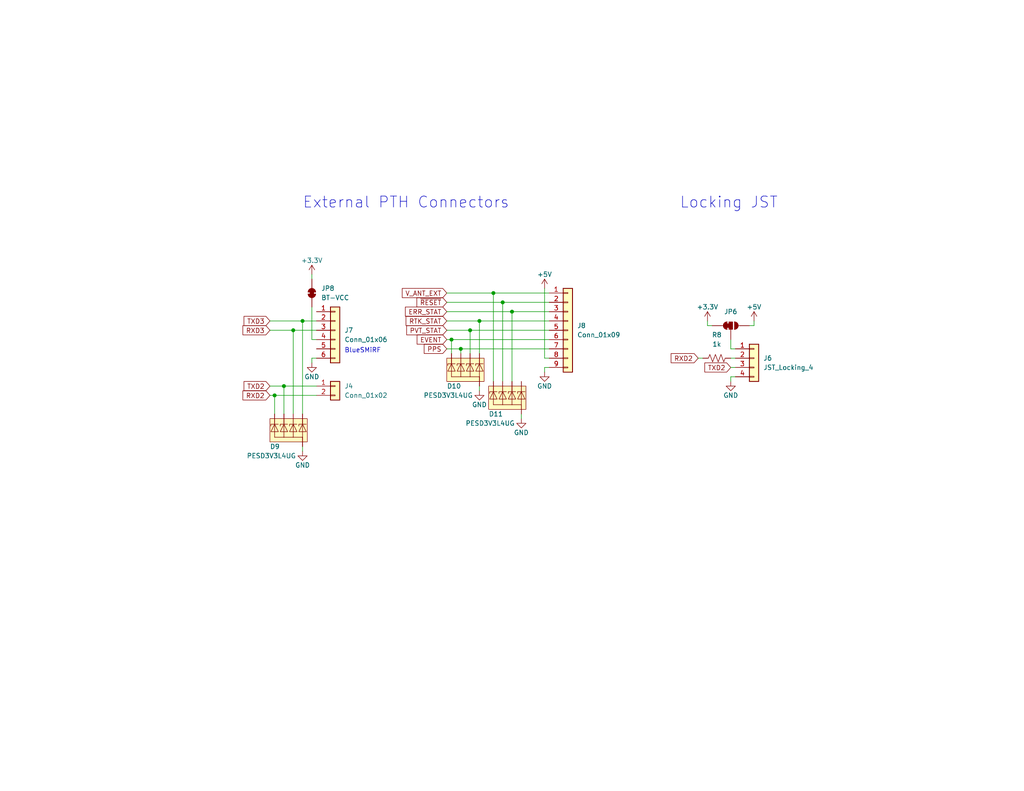
<source format=kicad_sch>
(kicad_sch (version 20230121) (generator eeschema)
  (paper "USLetter")
  (lib_symbols
    (symbol "SparkFun-Connector:Conn_01x02" (pin_names (offset 1.016) hide)
      (property "Reference" "J" (at 0 2.54 0))
      (property "Value" "Conn_01x02" (at 0 -5.08 0))
      (symbol "Conn_01x02_1_1"
        (rectangle (start -1.27 -2.413) (end 0 -2.667) (stroke (width 0.1524)))
        (rectangle (start -1.27 0.127) (end 0 -0.127) (stroke (width 0.1524)))
        (rectangle (start -1.27 1.27) (end 1.27 -3.81) (stroke (width 0.254)) (fill (type background)))
        (pin passive line (at -5.08 0 0) (length 3.81) (name "Pin_1") (number "1"))
        (pin passive line (at -5.08 -2.54 0) (length 3.81) (name "Pin_2") (number "2"))
      )
    )
    (symbol "SparkFun-Connector:Conn_01x04_JST_1.25mm_Locking" (pin_names (offset 1.016) hide)
      (property "Reference" "J" (at 0 5.08 0))
      (property "Value" "JST_Locking_4" (at 0 -7.62 0))
      (symbol "Conn_01x04_JST_1.25mm_Locking_1_1"
        (rectangle (start -1.27 -4.953) (end 0 -5.207) (stroke (width 0.1524)))
        (rectangle (start -1.27 -2.413) (end 0 -2.667) (stroke (width 0.1524)))
        (rectangle (start -1.27 0.127) (end 0 -0.127) (stroke (width 0.1524)))
        (rectangle (start -1.27 2.667) (end 0 2.413) (stroke (width 0.1524)))
        (rectangle (start -1.27 3.81) (end 1.27 -6.35) (stroke (width 0.254)) (fill (type background)))
        (pin passive line (at -5.08 2.54 0) (length 3.81) (name "Pin_1") (number "1"))
        (pin passive line (at -5.08 0 0) (length 3.81) (name "Pin_2") (number "2"))
        (pin passive line (at -5.08 -2.54 0) (length 3.81) (name "Pin_3") (number "3"))
        (pin passive line (at -5.08 -5.08 0) (length 3.81) (name "Pin_4") (number "4"))
        (pin no_connect line (at 0 -6.35 90) (length 5.08) hide (name "NC") (number "NC1"))
        (pin no_connect line (at 0 -6.35 90) (length 5.08) hide (name "NC") (number "NC2"))
      )
    )
    (symbol "SparkFun-Connector:Conn_01x06" (pin_names (offset 1.016) hide)
      (property "Reference" "J" (at 0 7.62 0))
      (property "Value" "Conn_01x06" (at 0 -10.16 0))
      (symbol "Conn_01x06_1_1"
        (rectangle (start -1.27 -7.493) (end 0 -7.747) (stroke (width 0.1524)))
        (rectangle (start -1.27 -4.953) (end 0 -5.207) (stroke (width 0.1524)))
        (rectangle (start -1.27 -2.413) (end 0 -2.667) (stroke (width 0.1524)))
        (rectangle (start -1.27 0.127) (end 0 -0.127) (stroke (width 0.1524)))
        (rectangle (start -1.27 2.667) (end 0 2.413) (stroke (width 0.1524)))
        (rectangle (start -1.27 5.207) (end 0 4.953) (stroke (width 0.1524)))
        (rectangle (start -1.27 6.35) (end 1.27 -8.89) (stroke (width 0.254)) (fill (type background)))
        (pin passive line (at -5.08 5.08 0) (length 3.81) (name "Pin_1") (number "1"))
        (pin passive line (at -5.08 2.54 0) (length 3.81) (name "Pin_2") (number "2"))
        (pin passive line (at -5.08 0 0) (length 3.81) (name "Pin_3") (number "3"))
        (pin passive line (at -5.08 -2.54 0) (length 3.81) (name "Pin_4") (number "4"))
        (pin passive line (at -5.08 -5.08 0) (length 3.81) (name "Pin_5") (number "5"))
        (pin passive line (at -5.08 -7.62 0) (length 3.81) (name "Pin_6") (number "6"))
      )
    )
    (symbol "SparkFun-Connector:Conn_01x09" (pin_names (offset 1.016) hide)
      (property "Reference" "J" (at 0 12.7 0))
      (property "Value" "Conn_01x09" (at 0 -12.7 0))
      (symbol "Conn_01x09_1_1"
        (rectangle (start -1.27 -10.033) (end 0 -10.287) (stroke (width 0.1524)))
        (rectangle (start -1.27 -7.493) (end 0 -7.747) (stroke (width 0.1524)))
        (rectangle (start -1.27 -4.953) (end 0 -5.207) (stroke (width 0.1524)))
        (rectangle (start -1.27 -2.413) (end 0 -2.667) (stroke (width 0.1524)))
        (rectangle (start -1.27 0.127) (end 0 -0.127) (stroke (width 0.1524)))
        (rectangle (start -1.27 2.667) (end 0 2.413) (stroke (width 0.1524)))
        (rectangle (start -1.27 5.207) (end 0 4.953) (stroke (width 0.1524)))
        (rectangle (start -1.27 7.747) (end 0 7.493) (stroke (width 0.1524)))
        (rectangle (start -1.27 10.287) (end 0 10.033) (stroke (width 0.1524)))
        (rectangle (start -1.27 11.43) (end 1.27 -11.43) (stroke (width 0.254)) (fill (type background)))
        (pin passive line (at -5.08 10.16 0) (length 3.81) (name "Pin_1") (number "1"))
        (pin passive line (at -5.08 7.62 0) (length 3.81) (name "Pin_2") (number "2"))
        (pin passive line (at -5.08 5.08 0) (length 3.81) (name "Pin_3") (number "3"))
        (pin passive line (at -5.08 2.54 0) (length 3.81) (name "Pin_4") (number "4"))
        (pin passive line (at -5.08 0 0) (length 3.81) (name "Pin_5") (number "5"))
        (pin passive line (at -5.08 -2.54 0) (length 3.81) (name "Pin_6") (number "6"))
        (pin passive line (at -5.08 -5.08 0) (length 3.81) (name "Pin_7") (number "7"))
        (pin passive line (at -5.08 -7.62 0) (length 3.81) (name "Pin_8") (number "8"))
        (pin passive line (at -5.08 -10.16 0) (length 3.81) (name "Pin_9") (number "9"))
      )
    )
    (symbol "SparkFun-DiscreteSemi:D_TVS_ESD_4" (pin_numbers hide) (pin_names hide)
      (property "Reference" "D" (at -2.54 -5.08 0))
      (property "Value" "D_TVS_ESD_4" (at -3.81 -7.62 0))
      (symbol "D_TVS_ESD_4_0_1"
        (polyline (pts (xy -2.54 1.016) (xy -2.54 -2.54)))
        (polyline (pts (xy 0 1.016) (xy 0 -2.54)))
        (polyline (pts (xy 2.54 1.016) (xy 2.54 -2.54)))
        (polyline (pts (xy 5.08 1.016) (xy 5.08 -2.54)))
        (polyline (pts (xy -1.524 1.016) (xy -3.556 1.016) (xy -3.556 0.508)))
        (polyline (pts (xy 1.016 1.016) (xy -1.016 1.016) (xy -1.016 0.508)))
        (polyline (pts (xy 3.556 1.016) (xy 1.524 1.016) (xy 1.524 0.508)))
        (polyline (pts (xy 6.096 1.016) (xy 4.064 1.016) (xy 4.064 0.508)))
        (polyline (pts (xy -1.524 -1.016) (xy -2.54 1.016) (xy -3.556 -1.016) (xy -1.524 -1.016)))
        (polyline (pts (xy 1.016 -1.016) (xy 0 1.016) (xy -1.016 -1.016) (xy 1.016 -1.016)))
        (polyline (pts (xy 3.556 -1.016) (xy 2.54 1.016) (xy 1.524 -1.016) (xy 3.556 -1.016)))
        (polyline (pts (xy 6.096 -1.016) (xy 5.08 1.016) (xy 4.064 -1.016) (xy 6.096 -1.016)))
      )
      (symbol "D_TVS_ESD_4_1_1"
        (rectangle (start -3.81 2.54) (end 6.35 -3.81) (fill (type background)))
        (polyline (pts (xy -2.54 1.27) (xy -2.54 1.0271)))
        (polyline (pts (xy 0 -2.54) (xy -2.54 -2.54)))
        (polyline (pts (xy 0 1.27) (xy 0 1.0271)))
        (polyline (pts (xy 2.54 -2.54) (xy 0 -2.54)))
        (polyline (pts (xy 2.54 1.27) (xy 2.54 1.0271)))
        (polyline (pts (xy 5.08 -2.54) (xy 2.54 -2.54)))
        (polyline (pts (xy 5.08 1.27) (xy 5.08 1.0271)))
        (pin passive line (at -2.54 3.81 270) (length 2.54) (name "K1") (number "1"))
        (pin passive line (at 5.08 -5.08 90) (length 2.54) (name "A") (number "2"))
        (pin passive line (at 0 3.81 270) (length 2.54) (name "K2") (number "3"))
        (pin passive line (at 2.54 3.81 270) (length 2.54) (name "K3") (number "4"))
        (pin passive line (at 5.08 3.81 270) (length 2.54) (name "K4") (number "5"))
      )
    )
    (symbol "SparkFun-Jumper:SolderJumper_2_Bridged" (pin_numbers hide) (pin_names (offset 0) hide)
      (property "Reference" "JP" (at 0 2.032 0))
      (property "Value" "~" (at 0 -2.54 0))
      (symbol "SolderJumper_2_Bridged_0_1"
        (rectangle (start -0.508 0.508) (end 0.508 -0.508) (fill (type outline)))
        (arc (start -0.254 1.016) (mid -1.2656 0) (end -0.254 -1.016))
        (arc (start -0.254 1.016) (mid -1.2656 0) (end -0.254 -1.016) (fill (type outline)))
        (polyline (pts (xy -0.254 1.016) (xy -0.254 -1.016)))
        (polyline (pts (xy 0.254 1.016) (xy 0.254 -1.016)))
        (arc (start 0.254 -1.016) (mid 1.2656 0) (end 0.254 1.016))
        (arc (start 0.254 -1.016) (mid 1.2656 0) (end 0.254 1.016) (fill (type outline)))
      )
      (symbol "SolderJumper_2_Bridged_1_1"
        (pin passive line (at -3.81 0 0) (length 2.54) (name "A") (number "1"))
        (pin passive line (at 3.81 0 180) (length 2.54) (name "B") (number "2"))
      )
    )
    (symbol "SparkFun-Jumper:SolderJumper_3_Bridged12" (pin_numbers hide) (pin_names (offset 0) hide)
      (property "Reference" "JP" (at -2.54 -2.54 0))
      (property "Value" "~" (at 0 2.794 0))
      (symbol "SolderJumper_3_Bridged12_0_1"
        (rectangle (start -1.016 0.508) (end -0.508 -0.508) (fill (type outline)))
        (arc (start -1.016 1.016) (mid -2.0276 0) (end -1.016 -1.016))
        (arc (start -1.016 1.016) (mid -2.0276 0) (end -1.016 -1.016) (fill (type outline)))
        (rectangle (start -0.508 1.016) (end 0.508 -1.016) (fill (type outline)))
        (polyline (pts (xy -2.54 0) (xy -2.032 0)))
        (polyline (pts (xy -1.016 1.016) (xy -1.016 -1.016)))
        (polyline (pts (xy 0 -1.27) (xy 0 -1.016)))
        (polyline (pts (xy 1.016 1.016) (xy 1.016 -1.016)))
        (polyline (pts (xy 2.54 0) (xy 2.032 0)))
        (arc (start 1.016 -1.016) (mid 2.0276 0) (end 1.016 1.016))
        (arc (start 1.016 -1.016) (mid 2.0276 0) (end 1.016 1.016) (fill (type outline)))
      )
      (symbol "SolderJumper_3_Bridged12_1_1"
        (pin passive line (at -5.08 0 0) (length 2.54) (name "A") (number "1"))
        (pin passive line (at 0 -3.81 90) (length 2.54) (name "C") (number "2"))
        (pin passive line (at 5.08 0 180) (length 2.54) (name "B") (number "3"))
      )
    )
    (symbol "SparkFun-Resistor:1k_0603" (pin_numbers hide) (pin_names (offset 0))
      (property "Reference" "R" (at 2.54 0 90))
      (property "Value" "1k" (at -2.54 0 90))
      (symbol "1k_0603_0_1"
        (polyline (pts (xy 0 -2.286) (xy 0 -2.54)))
        (polyline (pts (xy 0 2.286) (xy 0 2.54)))
        (polyline (pts (xy 0 -0.762) (xy 1.016 -1.143) (xy 0 -1.524) (xy -1.016 -1.905) (xy 0 -2.286)))
        (polyline (pts (xy 0 0.762) (xy 1.016 0.381) (xy 0 0) (xy -1.016 -0.381) (xy 0 -0.762)))
        (polyline (pts (xy 0 2.286) (xy 1.016 1.905) (xy 0 1.524) (xy -1.016 1.143) (xy 0 0.762)))
      )
      (symbol "1k_0603_1_1"
        (pin passive line (at 0 3.81 270) (length 1.27) (name "~") (number "1"))
        (pin passive line (at 0 -3.81 90) (length 1.27) (name "~") (number "2"))
      )
    )
    (symbol "power:+3.3V" (power) (pin_names (offset 0))
      (property "Value" "+3.3V" (at 0 3.556 0))
      (symbol "+3.3V_0_1"
        (polyline (pts (xy -0.762 1.27) (xy 0 2.54)))
        (polyline (pts (xy 0 0) (xy 0 2.54)))
        (polyline (pts (xy 0 2.54) (xy 0.762 1.27)))
      )
      (symbol "+3.3V_1_1"
        (pin power_in line (at 0 0 90) (length 0) hide (name "+3.3V") (number "1"))
      )
    )
    (symbol "power:+5V" (power) (pin_names (offset 0))
      (property "Value" "+5V" (at 0 3.556 0))
      (symbol "+5V_0_1"
        (polyline (pts (xy -0.762 1.27) (xy 0 2.54)))
        (polyline (pts (xy 0 0) (xy 0 2.54)))
        (polyline (pts (xy 0 2.54) (xy 0.762 1.27)))
      )
      (symbol "+5V_1_1"
        (pin power_in line (at 0 0 90) (length 0) hide (name "+5V") (number "1"))
      )
    )
    (symbol "power:GND" (power) (pin_names (offset 0))
      (property "Value" "GND" (at 0 -3.81 0))
      (symbol "GND_0_1"
        (polyline (pts (xy 0 0) (xy 0 -1.27) (xy 1.27 -1.27) (xy 0 -2.54) (xy -1.27 -1.27) (xy 0 -1.27)))
      )
      (symbol "GND_1_1"
        (pin power_in line (at 0 0 270) (length 0) hide (name "GND") (number "1"))
      )
    )
  )
  (junction (at 139.7 85.09))
  (junction (at 74.93 107.95))
  (junction (at 128.27 90.17))
  (junction (at 82.55 87.63))
  (junction (at 134.62 80.01))
  (junction (at 125.73 95.25))
  (junction (at 137.16 82.55))
  (junction (at 77.47 105.41))
  (junction (at 130.81 87.63))
  (junction (at 80.01 90.17))
  (junction (at 123.19 92.71))
  (wire (pts (xy 190.5 97.79) (xy 191.77 97.79)))
  (wire (pts (xy 199.39 92.71) (xy 199.39 95.25)))
  (wire (pts (xy 123.19 92.71) (xy 123.19 96.52)))
  (wire (pts (xy 80.01 90.17) (xy 86.36 90.17)))
  (wire (pts (xy 121.92 85.09) (xy 139.7 85.09)))
  (wire (pts (xy 85.09 97.79) (xy 85.09 99.06)))
  (wire (pts (xy 77.47 105.41) (xy 86.36 105.41)))
  (wire (pts (xy 128.27 90.17) (xy 128.27 96.52)))
  (wire (pts (xy 85.09 74.93) (xy 85.09 76.2)))
  (wire (pts (xy 73.66 105.41) (xy 77.47 105.41)))
  (wire (pts (xy 121.92 95.25) (xy 125.73 95.25)))
  (wire (pts (xy 200.66 102.87) (xy 199.39 102.87)))
  (wire (pts (xy 200.66 95.25) (xy 199.39 95.25)))
  (wire (pts (xy 121.92 92.71) (xy 123.19 92.71)))
  (wire (pts (xy 125.73 95.25) (xy 125.73 96.52)))
  (wire (pts (xy 73.66 87.63) (xy 82.55 87.63)))
  (wire (pts (xy 134.62 80.01) (xy 149.86 80.01)))
  (wire (pts (xy 85.09 83.82) (xy 85.09 92.71)))
  (wire (pts (xy 73.66 90.17) (xy 80.01 90.17)))
  (wire (pts (xy 130.81 105.41) (xy 130.81 106.68)))
  (wire (pts (xy 194.31 88.9) (xy 193.04 88.9)))
  (wire (pts (xy 193.04 87.63) (xy 193.04 88.9)))
  (wire (pts (xy 128.27 90.17) (xy 149.86 90.17)))
  (wire (pts (xy 74.93 107.95) (xy 86.36 107.95)))
  (wire (pts (xy 142.24 113.03) (xy 142.24 114.3)))
  (wire (pts (xy 82.55 87.63) (xy 86.36 87.63)))
  (wire (pts (xy 130.81 96.52) (xy 130.81 87.63)))
  (wire (pts (xy 199.39 97.79) (xy 200.66 97.79)))
  (wire (pts (xy 134.62 80.01) (xy 134.62 104.14)))
  (wire (pts (xy 74.93 107.95) (xy 74.93 113.03)))
  (wire (pts (xy 137.16 82.55) (xy 149.86 82.55)))
  (wire (pts (xy 139.7 85.09) (xy 149.86 85.09)))
  (wire (pts (xy 82.55 123.19) (xy 82.55 121.92)))
  (wire (pts (xy 86.36 97.79) (xy 85.09 97.79)))
  (wire (pts (xy 139.7 85.09) (xy 139.7 104.14)))
  (wire (pts (xy 199.39 100.33) (xy 200.66 100.33)))
  (wire (pts (xy 148.59 100.33) (xy 148.59 101.6)))
  (wire (pts (xy 86.36 92.71) (xy 85.09 92.71)))
  (wire (pts (xy 149.86 97.79) (xy 148.59 97.79)))
  (wire (pts (xy 121.92 90.17) (xy 128.27 90.17)))
  (wire (pts (xy 130.81 87.63) (xy 149.86 87.63)))
  (wire (pts (xy 121.92 87.63) (xy 130.81 87.63)))
  (wire (pts (xy 204.47 88.9) (xy 205.74 88.9)))
  (wire (pts (xy 149.86 100.33) (xy 148.59 100.33)))
  (wire (pts (xy 125.73 95.25) (xy 149.86 95.25)))
  (wire (pts (xy 77.47 105.41) (xy 77.47 113.03)))
  (wire (pts (xy 199.39 102.87) (xy 199.39 104.14)))
  (wire (pts (xy 148.59 78.74) (xy 148.59 97.79)))
  (wire (pts (xy 80.01 90.17) (xy 80.01 113.03)))
  (wire (pts (xy 123.19 92.71) (xy 149.86 92.71)))
  (wire (pts (xy 73.66 107.95) (xy 74.93 107.95)))
  (wire (pts (xy 205.74 87.63) (xy 205.74 88.9)))
  (wire (pts (xy 121.92 82.55) (xy 137.16 82.55)))
  (wire (pts (xy 121.92 80.01) (xy 134.62 80.01)))
  (wire (pts (xy 82.55 87.63) (xy 82.55 113.03)))
  (wire (pts (xy 137.16 82.55) (xy 137.16 104.14)))
  (text "Locking JST" (at 185.42 57.15 0) (effects (font (size 3 3)) (justify left bottom)))
  (text "External PTH Connectors" (at 82.55 57.15 0) (effects (font (size 3 3)) (justify left bottom)))
  (text "BlueSMiRF" (at 93.98 96.52 0) (effects (font (size 1.27 1.27)) (justify left bottom)))
  (global_label "PVT_STAT" (shape input) (at 121.92 90.17 180) (property "Intersheetrefs" "${INTERSHEET_REFS}" (effects hide)))
  (global_label "RTK_STAT" (shape input) (at 121.92 87.63 180) (property "Intersheetrefs" "${INTERSHEET_REFS}" (effects hide)))
  (global_label "ERR_STAT" (shape input) (at 121.92 85.09 180) (property "Intersheetrefs" "${INTERSHEET_REFS}" (effects hide)))
  (global_label "EVENT" (shape input) (at 121.92 92.71 180) (property "Intersheetrefs" "${INTERSHEET_REFS}" (effects hide)))
  (global_label "V_ANT_EXT" (shape input) (at 121.92 80.01 180) (property "Intersheetrefs" "${INTERSHEET_REFS}" (effects hide)))
  (global_label "TXD2" (shape input) (at 73.66 105.41 180) (property "Intersheetrefs" "${INTERSHEET_REFS}" (effects hide)))
  (global_label "RXD3" (shape input) (at 73.66 90.17 180) (property "Intersheetrefs" "${INTERSHEET_REFS}" (effects hide)))
  (global_label "~{RESET}" (shape input) (at 121.92 82.55 180) (property "Intersheetrefs" "${INTERSHEET_REFS}" (effects hide)))
  (global_label "PPS" (shape input) (at 121.92 95.25 180) (property "Intersheetrefs" "${INTERSHEET_REFS}" (effects hide)))
  (global_label "TXD2" (shape input) (at 199.39 100.33 180) (property "Intersheetrefs" "${INTERSHEET_REFS}" (effects hide)))
  (global_label "RXD2" (shape input) (at 73.66 107.95 180) (property "Intersheetrefs" "${INTERSHEET_REFS}" (effects hide)))
  (global_label "RXD2" (shape input) (at 190.5 97.79 180) (property "Intersheetrefs" "${INTERSHEET_REFS}" (effects hide)))
  (global_label "TXD3" (shape input) (at 73.66 87.63 180) (property "Intersheetrefs" "${INTERSHEET_REFS}" (effects hide)))
  (symbol (lib_id "power:+5V") (at 205.74 87.63 0) (unit 1)
    (property "Reference" "#PWR055" (effects hide))
    (property "Value" "+5V" (at 205.74 83.82 0))
  )
  (symbol (lib_id "SparkFun-Jumper:SolderJumper_2_Bridged") (at 85.09 80.01 90) (unit 1)
    (property "Reference" "JP8" (at 87.63 78.74 90) (effects (justify right)))
    (property "Value" "BT-VCC" (at 87.63 81.28 90) (effects (justify right)))
    (property "Footprint" "SparkFun-Jumper:SMT-JUMPER_2_NC_TRACE_SILK" (effects hide))
  )
  (symbol (lib_id "SparkFun-DiscreteSemi:D_TVS_ESD_4") (at 77.47 116.84 0) (unit 1)
    (property "Reference" "D9" (at 73.66 121.92 0) (effects (justify left)))
    (property "Value" "PESD3V3L4UG" (at 67.31 124.46 0) (effects (justify left)))
    (property "Footprint" "SparkFun-Semiconductor-Standard:SOT-353" (effects hide))
    (property "Datasheet" "https://assets.nexperia.com/documents/data-sheet/PESDXL4UF_G_W.pdf" (effects hide))
    (property "PROD_ID" "DIO-19494" (effects hide))
  )
  (symbol (lib_id "SparkFun-Connector:Conn_01x06") (at 91.44 90.17 0) (unit 1)
    (property "Reference" "J7" (at 93.98 90.17 0) (effects (justify left)))
    (property "Value" "Conn_01x06" (at 93.98 92.71 0) (effects (justify left)))
    (property "Footprint" "SparkFun-Connector:1X06" (effects hide))
  )
  (symbol (lib_id "SparkFun-Connector:Conn_01x09") (at 154.94 90.17 0) (unit 1)
    (property "Reference" "J8" (at 157.48 88.9 0) (effects (justify left)))
    (property "Value" "Conn_01x09" (at 157.48 91.44 0) (effects (justify left)))
    (property "Footprint" "SparkFun-Connector:1X09" (effects hide))
  )
  (symbol (lib_id "SparkFun-Resistor:1k_0603") (at 195.58 97.79 90) (unit 1)
    (property "Reference" "R8" (at 195.58 91.44 90))
    (property "Value" "1k" (at 195.58 93.98 90))
    (property "Footprint" "SparkFun-Resistor:R_0603_1608Metric" (effects hide))
    (property "Datasheet" "https://www.vishay.com/docs/20035/dcrcwe3.pdf" (effects hide))
    (property "PROD_ID" "RES-07856" (effects hide))
  )
  (symbol (lib_id "SparkFun-Connector:Conn_01x04_JST_1.25mm_Locking") (at 205.74 97.79 0) (unit 1)
    (property "Reference" "J6" (at 208.28 97.79 0) (effects (justify left)))
    (property "Value" "JST_Locking_4" (at 208.28 100.33 0) (effects (justify left)))
    (property "Footprint" "SparkFun-Connector:JST-4-SMD-1.25MM-LOCKING" (effects hide))
    (property "PROD_ID" "CONN-15303" (effects hide))
  )
  (symbol (lib_id "power:GND") (at 199.39 104.14 0) (unit 1)
    (property "Reference" "#PWR057" (effects hide))
    (property "Value" "GND" (at 199.39 107.95 0))
    (instances (project "SparkFun_GNSS_UM980" (path "" (reference "#PWR057") (unit 1)) (path "" (reference "#PWR052") (unit 1))))
  )
  (symbol (lib_id "power:GND") (at 130.81 106.68 0) (unit 1)
    (property "Reference" "#PWR052" (effects hide))
    (property "Value" "GND" (at 130.81 110.49 0))
    (instances (project "SparkFun_GNSS_UM980" (path "" (reference "#PWR052") (unit 1)) (path "" (reference "#PWR061") (unit 1))))
  )
  (symbol (lib_id "power:GND") (at 148.59 101.6 0) (unit 1)
    (property "Reference" "#PWR052" (effects hide))
    (property "Value" "GND" (at 148.59 105.41 0))
    (instances (project "SparkFun_GNSS_UM980" (path "" (reference "#PWR052") (unit 1)) (path "" (reference "#PWR021") (unit 1))))
  )
  (symbol (lib_id "SparkFun-DiscreteSemi:D_TVS_ESD_4") (at 137.16 107.95 0) (unit 1)
    (property "Reference" "D11" (at 133.35 113.03 0) (effects (justify left)))
    (property "Value" "PESD3V3L4UG" (at 127 115.57 0) (effects (justify left)))
    (property "Footprint" "SparkFun-Semiconductor-Standard:SOT-353" (effects hide))
    (property "Datasheet" "https://assets.nexperia.com/documents/data-sheet/PESDXL4UF_G_W.pdf" (effects hide))
    (property "PROD_ID" "DIO-19494" (effects hide))
  )
  (symbol (lib_id "power:GND") (at 82.55 123.19 0) (unit 1)
    (property "Reference" "#PWR051" (effects hide))
    (property "Value" "GND" (at 82.55 127 0))
    (instances (project "SparkFun_GNSS_UM980" (path "" (reference "#PWR051") (unit 1)) (path "" (reference "#PWR058") (unit 1))))
  )
  (symbol (lib_id "power:+3.3V") (at 193.04 87.63 0) (unit 1)
    (property "Reference" "#PWR056" (effects hide))
    (property "Value" "+3.3V" (at 193.04 83.82 0))
    (instances (project "SparkFun_GNSS_UM980" (path "" (reference "#PWR056") (unit 1)) (path "" (reference "#PWR051") (unit 1))))
  )
  (symbol (lib_id "power:+5V") (at 148.59 78.74 0) (unit 1)
    (property "Reference" "#PWR050" (effects hide))
    (property "Value" "+5V" (at 148.59 74.93 0))
    (instances (project "SparkFun_GNSS_UM980" (path "" (reference "#PWR050") (unit 1)) (path "" (reference "#PWR020") (unit 1))))
  )
  (symbol (lib_id "power:GND") (at 142.24 114.3 0) (unit 1)
    (property "Reference" "#PWR052" (effects hide))
    (property "Value" "GND" (at 142.24 118.11 0))
    (instances (project "SparkFun_GNSS_UM980" (path "" (reference "#PWR052") (unit 1)) (path "" (reference "#PWR062") (unit 1))))
  )
  (symbol (lib_id "SparkFun-Connector:Conn_01x02") (at 91.44 105.41 0) (unit 1)
    (property "Reference" "J4" (at 93.98 105.41 0) (effects (justify left)))
    (property "Value" "Conn_01x02" (at 93.98 107.95 0) (effects (justify left)))
    (property "Footprint" "SparkFun-Connector:1X02" (effects hide))
  )
  (symbol (lib_id "power:GND") (at 85.09 99.06 0) (unit 1)
    (property "Reference" "#PWR051" (effects hide))
    (property "Value" "GND" (at 85.09 102.87 0))
    (instances (project "SparkFun_GNSS_UM980" (path "" (reference "#PWR051") (unit 1)) (path "" (reference "#PWR019") (unit 1))))
  )
  (symbol (lib_id "power:+3.3V") (at 85.09 74.93 0) (unit 1)
    (property "Reference" "#PWR049" (effects hide))
    (property "Value" "+3.3V" (at 85.09 71.12 0))
    (instances (project "SparkFun_GNSS_UM980" (path "" (reference "#PWR049") (unit 1)) (path "" (reference "#PWR018") (unit 1))))
  )
  (symbol (lib_id "SparkFun-DiscreteSemi:D_TVS_ESD_4") (at 125.73 100.33 0) (unit 1)
    (property "Reference" "D10" (at 121.92 105.41 0) (effects (justify left)))
    (property "Value" "PESD3V3L4UG" (at 115.57 107.95 0) (effects (justify left)))
    (property "Footprint" "SparkFun-Semiconductor-Standard:SOT-353" (effects hide))
    (property "Datasheet" "https://assets.nexperia.com/documents/data-sheet/PESDXL4UF_G_W.pdf" (effects hide))
    (property "PROD_ID" "DIO-19494" (effects hide))
  )
  (symbol (lib_id "SparkFun-Jumper:SolderJumper_3_Bridged12") (at 199.39 88.9 0) (unit 1)
    (property "Reference" "JP6" (at 199.39 85.09 0))
    (property "Footprint" "SparkFun-Jumper:SMT-JUMPER_3_1-NC_TRACE_SILK" (effects hide))
  )
)
</source>
